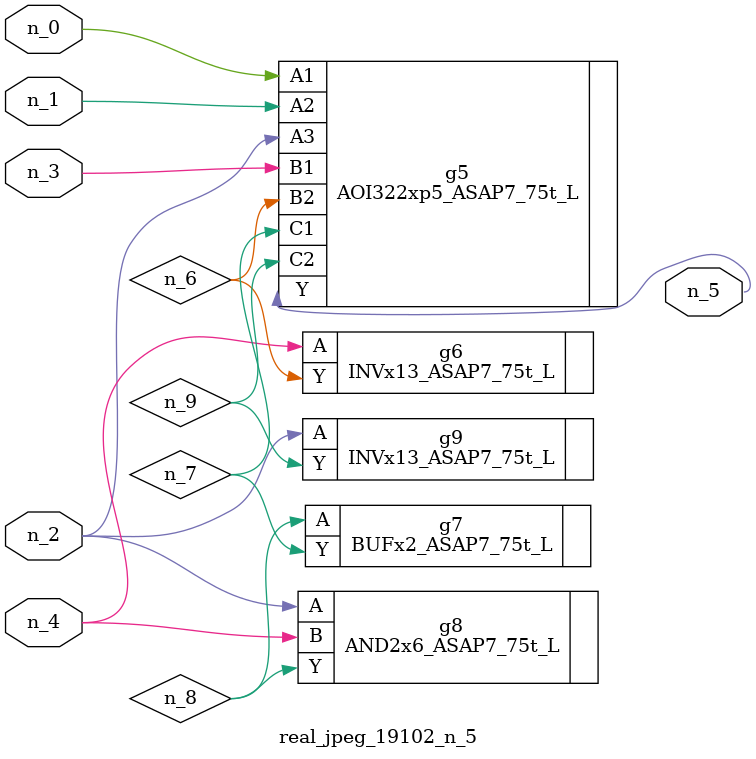
<source format=v>
module real_jpeg_19102_n_5 (n_4, n_0, n_1, n_2, n_3, n_5);

input n_4;
input n_0;
input n_1;
input n_2;
input n_3;

output n_5;

wire n_8;
wire n_6;
wire n_7;
wire n_9;

AOI322xp5_ASAP7_75t_L g5 ( 
.A1(n_0),
.A2(n_1),
.A3(n_2),
.B1(n_3),
.B2(n_6),
.C1(n_7),
.C2(n_9),
.Y(n_5)
);

AND2x6_ASAP7_75t_L g8 ( 
.A(n_2),
.B(n_4),
.Y(n_8)
);

INVx13_ASAP7_75t_L g9 ( 
.A(n_2),
.Y(n_9)
);

INVx13_ASAP7_75t_L g6 ( 
.A(n_4),
.Y(n_6)
);

BUFx2_ASAP7_75t_L g7 ( 
.A(n_8),
.Y(n_7)
);


endmodule
</source>
